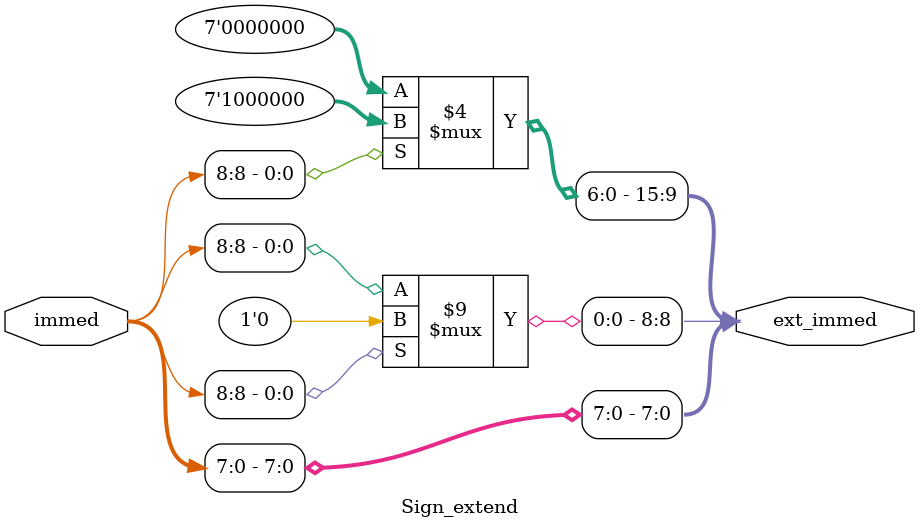
<source format=v>
module Sign_extend (
    input [8:0] immed,
    output reg [15:0] ext_immed
);

    always @(*) begin
        if (immed[8] == 1) begin
            ext_immed = {7'b1000000, immed};
            ext_immed[8] = 0;
        end else begin
            ext_immed = {7'b0000000, immed};
        end
    end

endmodule

</source>
